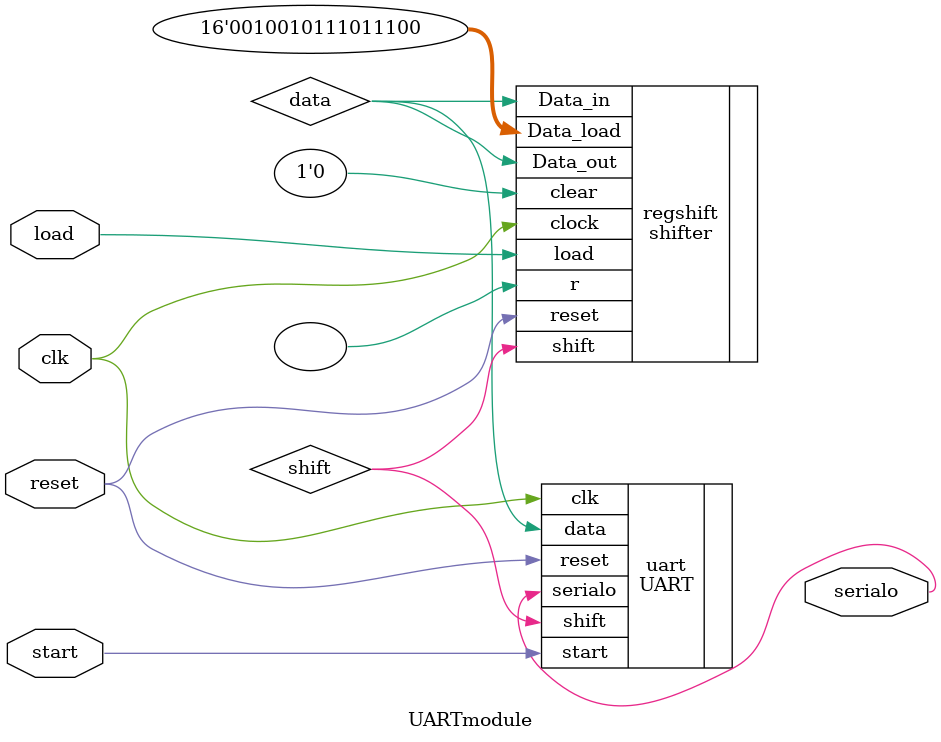
<source format=v>
`timescale 1ns / 1ps
module UARTmodule #(parameter N=16)(
	input clk,
	input reset,
	input load,
	input start,
	output serialo);
	
	wire endcounter,data,shift,encount,clearcount;
	
	//9600 bauds 100 MHz -> Count=10417
	UART #(.N(N),.M(10417)) uart (
    .clk(clk), 
    .reset(reset), 
    .data(data), 
    .start(start), 
    .shift(shift), 
    .serialo(serialo)
    );
	 
	 shifter #(.M(N),.nBits(1))regshift (
    .clock(clk), 
    .reset(reset), 
    .load(load), 
    .shift(shift), 
    .Data_in(data), 
    .Data_load(16'h25DC), 
    .clear(1'b0), 
    .Data_out(data), 
    .r()
    );



	 



endmodule

</source>
